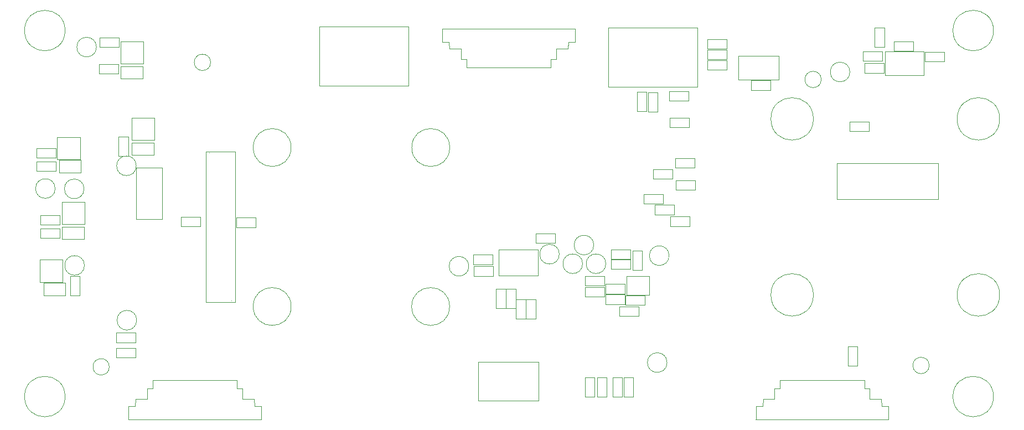
<source format=gbr>
G04 #@! TF.GenerationSoftware,KiCad,Pcbnew,(5.1.9)-1*
G04 #@! TF.CreationDate,2021-07-05T20:40:17-04:00*
G04 #@! TF.ProjectId,DepthABC,44657074-6841-4424-932e-6b696361645f,rev?*
G04 #@! TF.SameCoordinates,Original*
G04 #@! TF.FileFunction,Other,User*
%FSLAX46Y46*%
G04 Gerber Fmt 4.6, Leading zero omitted, Abs format (unit mm)*
G04 Created by KiCad (PCBNEW (5.1.9)-1) date 2021-07-05 20:40:17*
%MOMM*%
%LPD*%
G01*
G04 APERTURE LIST*
%ADD10C,0.050000*%
%ADD11C,0.100000*%
%ADD12C,0.120000*%
%ADD13C,0.080000*%
G04 APERTURE END LIST*
D10*
G04 #@! TO.C,U1*
X251877060Y-111982320D02*
X245977060Y-111982320D01*
X251877060Y-115582320D02*
X245977060Y-115582320D01*
X245977060Y-115582320D02*
X245977060Y-111982320D01*
X251877060Y-115582320D02*
X251877060Y-111982320D01*
G04 #@! TO.C,TP8*
X212929600Y-143205200D02*
G75*
G03*
X212929600Y-143205200I-1500000J0D01*
G01*
G04 #@! TO.C,TP7*
X212624800Y-159562800D02*
G75*
G03*
X212624800Y-159562800I-1500000J0D01*
G01*
G04 #@! TO.C,J5*
X192975500Y-165365500D02*
X183735500Y-165365500D01*
X183735500Y-165365500D02*
X183735500Y-159465500D01*
X183735500Y-159465500D02*
X192975500Y-159465500D01*
X192975500Y-159465500D02*
X192975500Y-165365500D01*
G04 #@! TO.C,J4*
X217303500Y-108335500D02*
X217303500Y-117385500D01*
X217303500Y-117385500D02*
X203603500Y-117385500D01*
X203603500Y-117385500D02*
X203603500Y-108335500D01*
X203603500Y-108335500D02*
X217303500Y-108335500D01*
G04 #@! TO.C,J1*
X159407500Y-117181500D02*
X159407500Y-108131500D01*
X159407500Y-108131500D02*
X173107500Y-108131500D01*
X173107500Y-108131500D02*
X173107500Y-117181500D01*
X173107500Y-117181500D02*
X159407500Y-117181500D01*
G04 #@! TO.C,U2*
X192865000Y-142272000D02*
X186865000Y-142272000D01*
X192865000Y-146272000D02*
X186865000Y-146272000D01*
X192865000Y-142272000D02*
X192865000Y-146272000D01*
X186865000Y-142272000D02*
X186865000Y-146272000D01*
D11*
G04 #@! TO.C,IC1*
X209909160Y-146350060D02*
X209909160Y-149250060D01*
X206459160Y-146350060D02*
X209909160Y-146350060D01*
X206459160Y-149250060D02*
X206459160Y-146350060D01*
X209909160Y-149250060D02*
X206459160Y-149250060D01*
D10*
G04 #@! TO.C,D5*
X129055500Y-114221500D02*
X132415500Y-114221500D01*
X129055500Y-116121500D02*
X129055500Y-114221500D01*
X132415500Y-116121500D02*
X129055500Y-116121500D01*
X132415500Y-114221500D02*
X132415500Y-116121500D01*
G04 #@! TO.C,D4*
X120102100Y-138808700D02*
X123462100Y-138808700D01*
X120102100Y-140708700D02*
X120102100Y-138808700D01*
X123462100Y-140708700D02*
X120102100Y-140708700D01*
X123462100Y-138808700D02*
X123462100Y-140708700D01*
G04 #@! TO.C,D3*
X130770000Y-125905500D02*
X134130000Y-125905500D01*
X130770000Y-127805500D02*
X130770000Y-125905500D01*
X134130000Y-127805500D02*
X130770000Y-127805500D01*
X134130000Y-125905500D02*
X134130000Y-127805500D01*
G04 #@! TO.C,D2*
X120604500Y-149268500D02*
X117244500Y-149268500D01*
X120604500Y-147368500D02*
X120604500Y-149268500D01*
X117244500Y-147368500D02*
X120604500Y-147368500D01*
X117244500Y-149268500D02*
X117244500Y-147368500D01*
G04 #@! TO.C,D1*
X119619500Y-128597900D02*
X122979500Y-128597900D01*
X119619500Y-130497900D02*
X119619500Y-128597900D01*
X122979500Y-130497900D02*
X119619500Y-130497900D01*
X122979500Y-128597900D02*
X122979500Y-130497900D01*
G04 #@! TO.C,J2*
X223576000Y-112647600D02*
X223576000Y-116247600D01*
X229726000Y-112647600D02*
X223576000Y-112647600D01*
X229726000Y-116247600D02*
X229726000Y-112647600D01*
X223576000Y-116247600D02*
X229726000Y-116247600D01*
D12*
G04 #@! TO.C,J8*
X254075920Y-129071200D02*
X254075920Y-134571200D01*
X238575920Y-129071200D02*
X254075920Y-129071200D01*
X238575920Y-134571200D02*
X238575920Y-129071200D01*
X254075920Y-134571200D02*
X238575920Y-134571200D01*
D10*
G04 #@! TO.C,H12*
X263502300Y-149210200D02*
G75*
G03*
X263502300Y-149210200I-3250000J0D01*
G01*
G04 #@! TO.C,H11*
X263502700Y-122280800D02*
G75*
G03*
X263502700Y-122280800I-3250000J0D01*
G01*
G04 #@! TO.C,H10*
X235007500Y-149207500D02*
G75*
G03*
X235007500Y-149207500I-3250000J0D01*
G01*
G04 #@! TO.C,H9*
X235007500Y-122283500D02*
G75*
G03*
X235007500Y-122283500I-3250000J0D01*
G01*
G04 #@! TO.C,H4*
X262557900Y-108767500D02*
G75*
G03*
X262557900Y-108767500I-3100000J0D01*
G01*
G04 #@! TO.C,H3*
X262554672Y-164766700D02*
G75*
G03*
X262554672Y-164766700I-3100000J0D01*
G01*
G04 #@! TO.C,H2*
X120548500Y-108767500D02*
G75*
G03*
X120548500Y-108767500I-3100000J0D01*
G01*
G04 #@! TO.C,H1*
X120548500Y-164766700D02*
G75*
G03*
X120548500Y-164766700I-3100000J0D01*
G01*
G04 #@! TO.C,H8*
X179381000Y-126665000D02*
G75*
G03*
X179381000Y-126665000I-2900000J0D01*
G01*
G04 #@! TO.C,H7*
X155124000Y-150985500D02*
G75*
G03*
X155124000Y-150985500I-2900000J0D01*
G01*
G04 #@! TO.C,H6*
X155124000Y-126665000D02*
G75*
G03*
X155124000Y-126665000I-2900000J0D01*
G01*
G04 #@! TO.C,H5*
X179363220Y-150985500D02*
G75*
G03*
X179363220Y-150985500I-2900000J0D01*
G01*
G04 #@! TO.C,TP21*
X203254000Y-144445000D02*
G75*
G03*
X203254000Y-144445000I-1500000J0D01*
G01*
G04 #@! TO.C,TP20*
X199698000Y-144445000D02*
G75*
G03*
X199698000Y-144445000I-1500000J0D01*
G01*
G04 #@! TO.C,TP19*
X201412500Y-141587500D02*
G75*
G03*
X201412500Y-141587500I-1500000J0D01*
G01*
G04 #@! TO.C,TP18*
X182299000Y-144826000D02*
G75*
G03*
X182299000Y-144826000I-1500000J0D01*
G01*
G04 #@! TO.C,TP10*
X123447200Y-132989600D02*
G75*
G03*
X123447200Y-132989600I-1500000J0D01*
G01*
G04 #@! TO.C,TP9*
X196142000Y-142984500D02*
G75*
G03*
X196142000Y-142984500I-1500000J0D01*
G01*
G04 #@! TO.C,TP6*
X125339500Y-111298000D02*
G75*
G03*
X125339500Y-111298000I-1500000J0D01*
G01*
G04 #@! TO.C,TP5*
X131499000Y-153081000D02*
G75*
G03*
X131499000Y-153081000I-1500000J0D01*
G01*
G04 #@! TO.C,TP4*
X240592000Y-115108000D02*
G75*
G03*
X240592000Y-115108000I-1500000J0D01*
G01*
G04 #@! TO.C,TP3*
X131435500Y-129459000D02*
G75*
G03*
X131435500Y-129459000I-1500000J0D01*
G01*
G04 #@! TO.C,TP2*
X119027600Y-132938800D02*
G75*
G03*
X119027600Y-132938800I-1500000J0D01*
G01*
G04 #@! TO.C,TP1*
X123498000Y-144699000D02*
G75*
G03*
X123498000Y-144699000I-1500000J0D01*
G01*
G04 #@! TO.C,C4*
X245858060Y-108347800D02*
X245858060Y-111307800D01*
X244398060Y-108347800D02*
X245858060Y-108347800D01*
X244398060Y-111307800D02*
X244398060Y-108347800D01*
X245858060Y-111307800D02*
X244398060Y-111307800D01*
G04 #@! TO.C,C37*
X186482500Y-151259000D02*
X186482500Y-148299000D01*
X187942500Y-151259000D02*
X186482500Y-151259000D01*
X187942500Y-148299000D02*
X187942500Y-151259000D01*
X186482500Y-148299000D02*
X187942500Y-148299000D01*
G04 #@! TO.C,C36*
X188006500Y-151272000D02*
X188006500Y-148312000D01*
X189466500Y-151272000D02*
X188006500Y-151272000D01*
X189466500Y-148312000D02*
X189466500Y-151272000D01*
X188006500Y-148312000D02*
X189466500Y-148312000D01*
G04 #@! TO.C,C35*
X189530500Y-152833500D02*
X189530500Y-149873500D01*
X190990500Y-152833500D02*
X189530500Y-152833500D01*
X190990500Y-149873500D02*
X190990500Y-152833500D01*
X189530500Y-149873500D02*
X190990500Y-149873500D01*
G04 #@! TO.C,C34*
X191054500Y-152897000D02*
X191054500Y-149937000D01*
X192514500Y-152897000D02*
X191054500Y-152897000D01*
X192514500Y-149937000D02*
X192514500Y-152897000D01*
X191054500Y-149937000D02*
X192514500Y-149937000D01*
G04 #@! TO.C,C3*
X146717800Y-137390400D02*
X149677800Y-137390400D01*
X146717800Y-138850400D02*
X146717800Y-137390400D01*
X149677800Y-138850400D02*
X146717800Y-138850400D01*
X149677800Y-137390400D02*
X149677800Y-138850400D01*
D11*
G04 #@! TO.C,J6*
X133957320Y-162293900D02*
X146860520Y-162293900D01*
X131270000Y-166253500D02*
X131369060Y-165171720D01*
X133957320Y-162293900D02*
X133957320Y-163563900D01*
X146860520Y-162293900D02*
X146860520Y-163563900D01*
X133957320Y-163563900D02*
X133126740Y-163563900D01*
X131270000Y-166253500D02*
X130258920Y-166253500D01*
X130258920Y-166253500D02*
X130258920Y-168253500D01*
X150558920Y-166253500D02*
X150558920Y-168253500D01*
X130248920Y-168262900D02*
X150568920Y-168262900D01*
X133126740Y-163563900D02*
X133126740Y-165171720D01*
X133126740Y-165171720D02*
X131369060Y-165171720D01*
X147690940Y-163561620D02*
X147690940Y-165169440D01*
X147690940Y-165169440D02*
X149448620Y-165169440D01*
X149547680Y-166251220D02*
X149448620Y-165169440D01*
X149547840Y-166253500D02*
X150558920Y-166253500D01*
X146860360Y-163561620D02*
X147690940Y-163561620D01*
D13*
G04 #@! TO.C,J3*
X142069520Y-127301120D02*
X146569520Y-127301120D01*
X142069520Y-150301120D02*
X142069520Y-127301120D01*
X146569520Y-150301120D02*
X142069520Y-150301120D01*
X146569520Y-127301120D02*
X146569520Y-150301120D01*
D10*
X142630420Y-127496120D02*
X142630420Y-127496120D01*
X146008620Y-150096120D02*
X146008620Y-150096120D01*
G04 #@! TO.C,R41*
X218777900Y-110072700D02*
X221737900Y-110072700D01*
X218777900Y-111532700D02*
X218777900Y-110072700D01*
X221737900Y-111532700D02*
X218777900Y-111532700D01*
X221737900Y-110072700D02*
X221737900Y-111532700D01*
G04 #@! TO.C,R40*
X218777400Y-113311200D02*
X221737400Y-113311200D01*
X218777400Y-114771200D02*
X218777400Y-113311200D01*
X221737400Y-114771200D02*
X218777400Y-114771200D01*
X221737400Y-113311200D02*
X221737400Y-114771200D01*
G04 #@! TO.C,R39*
X218777400Y-111685600D02*
X221737400Y-111685600D01*
X218777400Y-113145600D02*
X218777400Y-111685600D01*
X221737400Y-113145600D02*
X218777400Y-113145600D01*
X221737400Y-111685600D02*
X221737400Y-113145600D01*
G04 #@! TO.C,R38*
X212935400Y-118035600D02*
X215895400Y-118035600D01*
X212935400Y-119495600D02*
X212935400Y-118035600D01*
X215895400Y-119495600D02*
X212935400Y-119495600D01*
X215895400Y-118035600D02*
X215895400Y-119495600D01*
G04 #@! TO.C,R34*
X209491860Y-118179680D02*
X209491860Y-121139680D01*
X208031860Y-118179680D02*
X209491860Y-118179680D01*
X208031860Y-121139680D02*
X208031860Y-118179680D01*
X209491860Y-121139680D02*
X208031860Y-121139680D01*
G04 #@! TO.C,R32*
X211183500Y-118199500D02*
X211183500Y-121159500D01*
X209723500Y-118199500D02*
X211183500Y-118199500D01*
X209723500Y-121159500D02*
X209723500Y-118199500D01*
X211183500Y-121159500D02*
X209723500Y-121159500D01*
G04 #@! TO.C,R28*
X213075600Y-122099600D02*
X216035600Y-122099600D01*
X213075600Y-123559600D02*
X213075600Y-122099600D01*
X216035600Y-123559600D02*
X213075600Y-123559600D01*
X216035600Y-122099600D02*
X216035600Y-123559600D01*
G04 #@! TO.C,R36*
X128748000Y-115393500D02*
X125788000Y-115393500D01*
X128748000Y-113933500D02*
X128748000Y-115393500D01*
X125788000Y-113933500D02*
X128748000Y-113933500D01*
X125788000Y-115393500D02*
X125788000Y-113933500D01*
G04 #@! TO.C,R35*
X128812000Y-111329500D02*
X125852000Y-111329500D01*
X128812000Y-109869500D02*
X128812000Y-111329500D01*
X125852000Y-109869500D02*
X128812000Y-109869500D01*
X125852000Y-111329500D02*
X125852000Y-109869500D01*
G04 #@! TO.C,Q5*
X129037700Y-110413000D02*
X132537700Y-110413000D01*
X129037700Y-113813000D02*
X129037700Y-110413000D01*
X132537700Y-113813000D02*
X129037700Y-113813000D01*
X132537700Y-110413000D02*
X132537700Y-113813000D01*
G04 #@! TO.C,FID6*
X236214500Y-116251000D02*
G75*
G03*
X236214500Y-116251000I-1250000J0D01*
G01*
G04 #@! TO.C,FID5*
X142806000Y-113634800D02*
G75*
G03*
X142806000Y-113634800I-1250000J0D01*
G01*
G04 #@! TO.C,FID3*
X252724500Y-160002500D02*
G75*
G03*
X252724500Y-160002500I-1250000J0D01*
G01*
G04 #@! TO.C,FID2*
X127312000Y-160218400D02*
G75*
G03*
X127312000Y-160218400I-1250000J0D01*
G01*
G04 #@! TO.C,R12*
X204326000Y-164784500D02*
X204326000Y-161824500D01*
X205786000Y-164784500D02*
X204326000Y-164784500D01*
X205786000Y-161824500D02*
X205786000Y-164784500D01*
X204326000Y-161824500D02*
X205786000Y-161824500D01*
G04 #@! TO.C,R5*
X243492500Y-124156500D02*
X240532500Y-124156500D01*
X243492500Y-122696500D02*
X243492500Y-124156500D01*
X240532500Y-122696500D02*
X243492500Y-122696500D01*
X240532500Y-124156500D02*
X240532500Y-122696500D01*
G04 #@! TO.C,R30*
X119769100Y-140488700D02*
X116809100Y-140488700D01*
X119769100Y-139028700D02*
X119769100Y-140488700D01*
X116809100Y-139028700D02*
X119769100Y-139028700D01*
X116809100Y-140488700D02*
X116809100Y-139028700D01*
G04 #@! TO.C,R29*
X119769100Y-138456700D02*
X116809100Y-138456700D01*
X119769100Y-136996700D02*
X119769100Y-138456700D01*
X116809100Y-136996700D02*
X119769100Y-136996700D01*
X116809100Y-138456700D02*
X116809100Y-136996700D01*
G04 #@! TO.C,Q4*
X120046040Y-135010700D02*
X123546040Y-135010700D01*
X120046040Y-138410700D02*
X120046040Y-135010700D01*
X123546040Y-138410700D02*
X120046040Y-138410700D01*
X123546040Y-135010700D02*
X123546040Y-138410700D01*
G04 #@! TO.C,B1*
X131440700Y-137612700D02*
X131440700Y-129712700D01*
X131440700Y-129712700D02*
X135440700Y-129712700D01*
X135440700Y-129712700D02*
X135440700Y-137612700D01*
X135440700Y-137612700D02*
X131440700Y-137612700D01*
G04 #@! TO.C,C1*
X138285000Y-137301500D02*
X141245000Y-137301500D01*
X138285000Y-138761500D02*
X138285000Y-137301500D01*
X141245000Y-138761500D02*
X138285000Y-138761500D01*
X141245000Y-137301500D02*
X141245000Y-138761500D01*
G04 #@! TO.C,R15*
X213712000Y-136920000D02*
X210752000Y-136920000D01*
X213712000Y-135460000D02*
X213712000Y-136920000D01*
X210752000Y-135460000D02*
X213712000Y-135460000D01*
X210752000Y-136920000D02*
X210752000Y-135460000D01*
G04 #@! TO.C,R27*
X216950000Y-133173500D02*
X213990000Y-133173500D01*
X216950000Y-131713500D02*
X216950000Y-133173500D01*
X213990000Y-131713500D02*
X216950000Y-131713500D01*
X213990000Y-133173500D02*
X213990000Y-131713500D01*
G04 #@! TO.C,R31*
X212060000Y-135269000D02*
X209100000Y-135269000D01*
X212060000Y-133809000D02*
X212060000Y-135269000D01*
X209100000Y-133809000D02*
X212060000Y-133809000D01*
X209100000Y-135269000D02*
X209100000Y-133809000D01*
G04 #@! TO.C,R33*
X213458000Y-131459000D02*
X210498000Y-131459000D01*
X213458000Y-129999000D02*
X213458000Y-131459000D01*
X210498000Y-129999000D02*
X213458000Y-129999000D01*
X210498000Y-131459000D02*
X210498000Y-129999000D01*
G04 #@! TO.C,R37*
X216823500Y-129744500D02*
X213863500Y-129744500D01*
X216823500Y-128284500D02*
X216823500Y-129744500D01*
X213863500Y-128284500D02*
X216823500Y-128284500D01*
X213863500Y-129744500D02*
X213863500Y-128284500D01*
G04 #@! TO.C,R7*
X252062800Y-112028500D02*
X255022800Y-112028500D01*
X252062800Y-113488500D02*
X252062800Y-112028500D01*
X255022800Y-113488500D02*
X252062800Y-113488500D01*
X255022800Y-112028500D02*
X255022800Y-113488500D01*
G04 #@! TO.C,R6*
X245523200Y-113404400D02*
X242563200Y-113404400D01*
X245523200Y-111944400D02*
X245523200Y-113404400D01*
X242563200Y-111944400D02*
X245523200Y-111944400D01*
X242563200Y-113404400D02*
X242563200Y-111944400D01*
G04 #@! TO.C,R13*
X245777200Y-115233200D02*
X242817200Y-115233200D01*
X245777200Y-113773200D02*
X245777200Y-115233200D01*
X242817200Y-113773200D02*
X245777200Y-113773200D01*
X242817200Y-115233200D02*
X242817200Y-113773200D01*
G04 #@! TO.C,R11*
X247327500Y-110441000D02*
X250287500Y-110441000D01*
X247327500Y-111901000D02*
X247327500Y-110441000D01*
X250287500Y-111901000D02*
X247327500Y-111901000D01*
X250287500Y-110441000D02*
X250287500Y-111901000D01*
G04 #@! TO.C,C2*
X228430800Y-117870000D02*
X225470800Y-117870000D01*
X228430800Y-116410000D02*
X228430800Y-117870000D01*
X225470800Y-116410000D02*
X228430800Y-116410000D01*
X225470800Y-117870000D02*
X225470800Y-116410000D01*
G04 #@! TO.C,R14*
X216124000Y-138698000D02*
X213164000Y-138698000D01*
X216124000Y-137238000D02*
X216124000Y-138698000D01*
X213164000Y-137238000D02*
X216124000Y-137238000D01*
X213164000Y-138698000D02*
X213164000Y-137238000D01*
G04 #@! TO.C,R8*
X128392000Y-155018000D02*
X131352000Y-155018000D01*
X128392000Y-156478000D02*
X128392000Y-155018000D01*
X131352000Y-156478000D02*
X128392000Y-156478000D01*
X131352000Y-155018000D02*
X131352000Y-156478000D01*
G04 #@! TO.C,R4*
X130193800Y-124991680D02*
X130193800Y-127951680D01*
X128733800Y-124991680D02*
X130193800Y-124991680D01*
X128733800Y-127951680D02*
X128733800Y-124991680D01*
X130193800Y-127951680D02*
X128733800Y-127951680D01*
G04 #@! TO.C,R3*
X122791000Y-146330500D02*
X122791000Y-149290500D01*
X121331000Y-146330500D02*
X122791000Y-146330500D01*
X121331000Y-149290500D02*
X121331000Y-146330500D01*
X122791000Y-149290500D02*
X121331000Y-149290500D01*
G04 #@! TO.C,R2*
X119160500Y-130277900D02*
X116200500Y-130277900D01*
X119160500Y-128817900D02*
X119160500Y-130277900D01*
X116200500Y-128817900D02*
X119160500Y-128817900D01*
X116200500Y-130277900D02*
X116200500Y-128817900D01*
G04 #@! TO.C,R1*
X119160500Y-128245900D02*
X116200500Y-128245900D01*
X119160500Y-126785900D02*
X119160500Y-128245900D01*
X116200500Y-126785900D02*
X119160500Y-126785900D01*
X116200500Y-128245900D02*
X116200500Y-126785900D01*
G04 #@! TO.C,C39*
X206305000Y-149320500D02*
X209265000Y-149320500D01*
X206305000Y-150780500D02*
X206305000Y-149320500D01*
X209265000Y-150780500D02*
X206305000Y-150780500D01*
X209265000Y-149320500D02*
X209265000Y-150780500D01*
G04 #@! TO.C,C38*
X185975000Y-144540000D02*
X183015000Y-144540000D01*
X185975000Y-143080000D02*
X185975000Y-144540000D01*
X183015000Y-143080000D02*
X185975000Y-143080000D01*
X183015000Y-144540000D02*
X183015000Y-143080000D01*
G04 #@! TO.C,C33*
X201913000Y-164784500D02*
X201913000Y-161824500D01*
X203373000Y-164784500D02*
X201913000Y-164784500D01*
X203373000Y-161824500D02*
X203373000Y-164784500D01*
X201913000Y-161824500D02*
X203373000Y-161824500D01*
G04 #@! TO.C,C32*
X201531500Y-161824500D02*
X201531500Y-164784500D01*
X200071500Y-161824500D02*
X201531500Y-161824500D01*
X200071500Y-164784500D02*
X200071500Y-161824500D01*
X201531500Y-164784500D02*
X200071500Y-164784500D01*
D11*
G04 #@! TO.C,J9*
X229909900Y-162293900D02*
X242813100Y-162293900D01*
X227222580Y-166253500D02*
X227321640Y-165171720D01*
X229909900Y-162293900D02*
X229909900Y-163563900D01*
X242813100Y-162293900D02*
X242813100Y-163563900D01*
X229909900Y-163563900D02*
X229079320Y-163563900D01*
X227222580Y-166253500D02*
X226211500Y-166253500D01*
X226211500Y-166253500D02*
X226211500Y-168253500D01*
X246511500Y-166253500D02*
X246511500Y-168253500D01*
X226201500Y-168262900D02*
X246521500Y-168262900D01*
X229079320Y-163563900D02*
X229079320Y-165171720D01*
X229079320Y-165171720D02*
X227321640Y-165171720D01*
X243643520Y-163561620D02*
X243643520Y-165169440D01*
X243643520Y-165169440D02*
X245401200Y-165169440D01*
X245500260Y-166251220D02*
X245401200Y-165169440D01*
X245500420Y-166253500D02*
X246511500Y-166253500D01*
X242812940Y-163561620D02*
X243643520Y-163561620D01*
G04 #@! TO.C,J7*
X194840120Y-114460300D02*
X181936920Y-114460300D01*
X197527440Y-110500700D02*
X197428380Y-111582480D01*
X194840120Y-114460300D02*
X194840120Y-113190300D01*
X181936920Y-114460300D02*
X181936920Y-113190300D01*
X194840120Y-113190300D02*
X195670700Y-113190300D01*
X197527440Y-110500700D02*
X198538520Y-110500700D01*
X198538520Y-110500700D02*
X198538520Y-108500700D01*
X178238520Y-110500700D02*
X178238520Y-108500700D01*
X198548520Y-108491300D02*
X178228520Y-108491300D01*
X195670700Y-113190300D02*
X195670700Y-111582480D01*
X195670700Y-111582480D02*
X197428380Y-111582480D01*
X181106500Y-113192580D02*
X181106500Y-111584760D01*
X181106500Y-111584760D02*
X179348820Y-111584760D01*
X179249760Y-110502980D02*
X179348820Y-111584760D01*
X179249600Y-110500700D02*
X178238520Y-110500700D01*
X181937080Y-113192580D02*
X181106500Y-113192580D01*
D10*
G04 #@! TO.C,R26*
X206204000Y-150636000D02*
X203244000Y-150636000D01*
X206204000Y-149176000D02*
X206204000Y-150636000D01*
X203244000Y-149176000D02*
X206204000Y-149176000D01*
X203244000Y-150636000D02*
X203244000Y-149176000D01*
G04 #@! TO.C,R25*
X206196140Y-149012940D02*
X203236140Y-149012940D01*
X206196140Y-147552940D02*
X206196140Y-149012940D01*
X203236140Y-147552940D02*
X206196140Y-147552940D01*
X203236140Y-149012940D02*
X203236140Y-147552940D01*
G04 #@! TO.C,R24*
X203043500Y-149493000D02*
X200083500Y-149493000D01*
X203043500Y-148033000D02*
X203043500Y-149493000D01*
X200083500Y-148033000D02*
X203043500Y-148033000D01*
X200083500Y-149493000D02*
X200083500Y-148033000D01*
G04 #@! TO.C,R23*
X203043500Y-147778500D02*
X200083500Y-147778500D01*
X203043500Y-146318500D02*
X203043500Y-147778500D01*
X200083500Y-146318500D02*
X203043500Y-146318500D01*
X200083500Y-147778500D02*
X200083500Y-146318500D01*
G04 #@! TO.C,R22*
X207374000Y-145417000D02*
X207374000Y-142457000D01*
X208834000Y-145417000D02*
X207374000Y-145417000D01*
X208834000Y-142457000D02*
X208834000Y-145417000D01*
X207374000Y-142457000D02*
X208834000Y-142457000D01*
G04 #@! TO.C,R21*
X204101780Y-142244340D02*
X207061780Y-142244340D01*
X204101780Y-143704340D02*
X204101780Y-142244340D01*
X207061780Y-143704340D02*
X204101780Y-143704340D01*
X207061780Y-142244340D02*
X207061780Y-143704340D01*
G04 #@! TO.C,R20*
X208282000Y-152480500D02*
X205322000Y-152480500D01*
X208282000Y-151020500D02*
X208282000Y-152480500D01*
X205322000Y-151020500D02*
X208282000Y-151020500D01*
X205322000Y-152480500D02*
X205322000Y-151020500D01*
G04 #@! TO.C,R19*
X204099240Y-143798820D02*
X207059240Y-143798820D01*
X204099240Y-145258820D02*
X204099240Y-143798820D01*
X207059240Y-145258820D02*
X204099240Y-145258820D01*
X207059240Y-143798820D02*
X207059240Y-145258820D01*
G04 #@! TO.C,R18*
X207437000Y-161825000D02*
X207437000Y-164785000D01*
X205977000Y-161825000D02*
X207437000Y-161825000D01*
X205977000Y-164785000D02*
X205977000Y-161825000D01*
X207437000Y-164785000D02*
X205977000Y-164785000D01*
G04 #@! TO.C,R17*
X192538400Y-139808200D02*
X195498400Y-139808200D01*
X192538400Y-141268200D02*
X192538400Y-139808200D01*
X195498400Y-141268200D02*
X192538400Y-141268200D01*
X195498400Y-139808200D02*
X195498400Y-141268200D01*
G04 #@! TO.C,R16*
X183065000Y-144858000D02*
X186025000Y-144858000D01*
X183065000Y-146318000D02*
X183065000Y-144858000D01*
X186025000Y-146318000D02*
X183065000Y-146318000D01*
X186025000Y-144858000D02*
X186025000Y-146318000D01*
G04 #@! TO.C,R10*
X131352000Y-158827500D02*
X128392000Y-158827500D01*
X131352000Y-157367500D02*
X131352000Y-158827500D01*
X128392000Y-157367500D02*
X131352000Y-157367500D01*
X128392000Y-158827500D02*
X128392000Y-157367500D01*
G04 #@! TO.C,R9*
X241727000Y-157125500D02*
X241727000Y-160085500D01*
X240267000Y-157125500D02*
X241727000Y-157125500D01*
X240267000Y-160085500D02*
X240267000Y-157125500D01*
X241727000Y-160085500D02*
X240267000Y-160085500D01*
G04 #@! TO.C,Q3*
X130725500Y-122107500D02*
X134225500Y-122107500D01*
X130725500Y-125507500D02*
X130725500Y-122107500D01*
X134225500Y-125507500D02*
X130725500Y-125507500D01*
X134225500Y-122107500D02*
X134225500Y-125507500D01*
G04 #@! TO.C,Q2*
X116692000Y-143840500D02*
X120192000Y-143840500D01*
X116692000Y-147240500D02*
X116692000Y-143840500D01*
X120192000Y-147240500D02*
X116692000Y-147240500D01*
X120192000Y-143840500D02*
X120192000Y-147240500D01*
G04 #@! TO.C,Q1*
X119354480Y-125104700D02*
X122854480Y-125104700D01*
X119354480Y-128504700D02*
X119354480Y-125104700D01*
X122854480Y-128504700D02*
X119354480Y-128504700D01*
X122854480Y-125104700D02*
X122854480Y-128504700D01*
G04 #@! TD*
M02*

</source>
